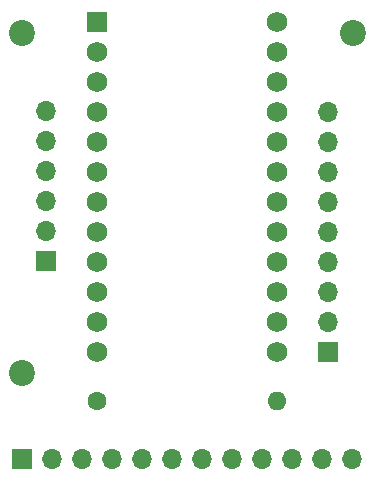
<source format=gbs>
G04 #@! TF.GenerationSoftware,KiCad,Pcbnew,(6.0.9-0)*
G04 #@! TF.CreationDate,2023-02-26T13:48:30+01:00*
G04 #@! TF.ProjectId,pro_micro_shield,70726f5f-6d69-4637-926f-5f736869656c,rev?*
G04 #@! TF.SameCoordinates,Original*
G04 #@! TF.FileFunction,Soldermask,Bot*
G04 #@! TF.FilePolarity,Negative*
%FSLAX46Y46*%
G04 Gerber Fmt 4.6, Leading zero omitted, Abs format (unit mm)*
G04 Created by KiCad (PCBNEW (6.0.9-0)) date 2023-02-26 13:48:30*
%MOMM*%
%LPD*%
G01*
G04 APERTURE LIST*
%ADD10R,1.752600X1.752600*%
%ADD11C,1.752600*%
%ADD12C,2.200000*%
%ADD13R,1.700000X1.700000*%
%ADD14O,1.700000X1.700000*%
%ADD15C,1.600000*%
%ADD16O,1.600000X1.600000*%
G04 APERTURE END LIST*
D10*
X166880000Y-73030000D03*
D11*
X166880000Y-75570000D03*
X166880000Y-78110000D03*
X166880000Y-80650000D03*
X166880000Y-83190000D03*
X166880000Y-85730000D03*
X166880000Y-88270000D03*
X166880000Y-90810000D03*
X166880000Y-93350000D03*
X166880000Y-95890000D03*
X166880000Y-98430000D03*
X166880000Y-100970000D03*
X182120000Y-100970000D03*
X182120000Y-98430000D03*
X182120000Y-95890000D03*
X182120000Y-93350000D03*
X182120000Y-90810000D03*
X182120000Y-88270000D03*
X182120000Y-85730000D03*
X182120000Y-83190000D03*
X182120000Y-80650000D03*
X182120000Y-78110000D03*
X182120000Y-75570000D03*
X182120000Y-73030000D03*
D12*
X160500000Y-74000000D03*
X160500000Y-102750000D03*
X188500000Y-74000000D03*
D13*
X160523000Y-110109000D03*
D14*
X163063000Y-110109000D03*
X165603000Y-110109000D03*
X168143000Y-110109000D03*
X170683000Y-110109000D03*
X173223000Y-110109000D03*
X175763000Y-110109000D03*
X178303000Y-110109000D03*
X180843000Y-110109000D03*
X183383000Y-110109000D03*
X185923000Y-110109000D03*
X188463000Y-110109000D03*
D13*
X186436000Y-101031200D03*
D14*
X186436000Y-98491200D03*
X186436000Y-95951200D03*
X186436000Y-93411200D03*
X186436000Y-90871200D03*
X186436000Y-88331200D03*
X186436000Y-85791200D03*
X186436000Y-83251200D03*
X186436000Y-80711200D03*
D13*
X162560000Y-93319600D03*
D14*
X162560000Y-90779600D03*
X162560000Y-88239600D03*
X162560000Y-85699600D03*
X162560000Y-83159600D03*
X162560000Y-80619600D03*
D15*
X166878000Y-105156000D03*
D16*
X182118000Y-105156000D03*
M02*

</source>
